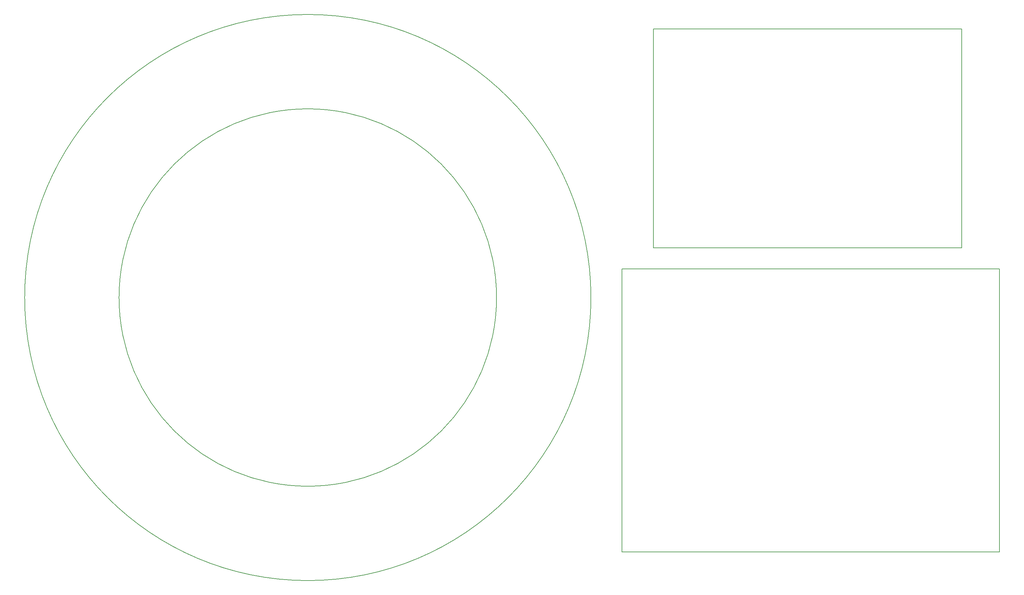
<source format=gbr>
G04 #@! TF.FileFunction,Profile,NP*
%FSLAX46Y46*%
G04 Gerber Fmt 4.6, Leading zero omitted, Abs format (unit mm)*
G04 Created by KiCad (PCBNEW 4.0.1-stable) date 2/3/2016 11:10:25 AM*
%MOMM*%
G01*
G04 APERTURE LIST*
%ADD10C,0.100000*%
%ADD11C,0.150000*%
G04 APERTURE END LIST*
D10*
D11*
X167600000Y-89700000D02*
G75*
G03X167600000Y-89700000I-76200000J0D01*
G01*
X142200000Y-89700000D02*
G75*
G03X142200000Y-89700000I-50800000J0D01*
G01*
X175958543Y-158150805D02*
X277558543Y-158150805D01*
X277558543Y-158150805D02*
X277558543Y-81950805D01*
X175958543Y-81950805D02*
X277558543Y-81950805D01*
X175958543Y-158150805D02*
X175958543Y-81950805D01*
X267415680Y-76348760D02*
X267415680Y-17348760D01*
X267415680Y-17348760D02*
X184415680Y-17348760D01*
X184415680Y-76348760D02*
X184415680Y-17348760D01*
X267415680Y-76348760D02*
X184415680Y-76348760D01*
M02*

</source>
